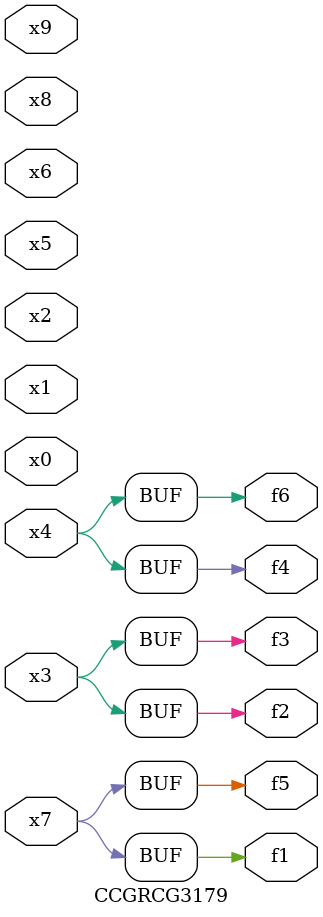
<source format=v>
module CCGRCG3179(
	input x0, x1, x2, x3, x4, x5, x6, x7, x8, x9,
	output f1, f2, f3, f4, f5, f6
);
	assign f1 = x7;
	assign f2 = x3;
	assign f3 = x3;
	assign f4 = x4;
	assign f5 = x7;
	assign f6 = x4;
endmodule

</source>
